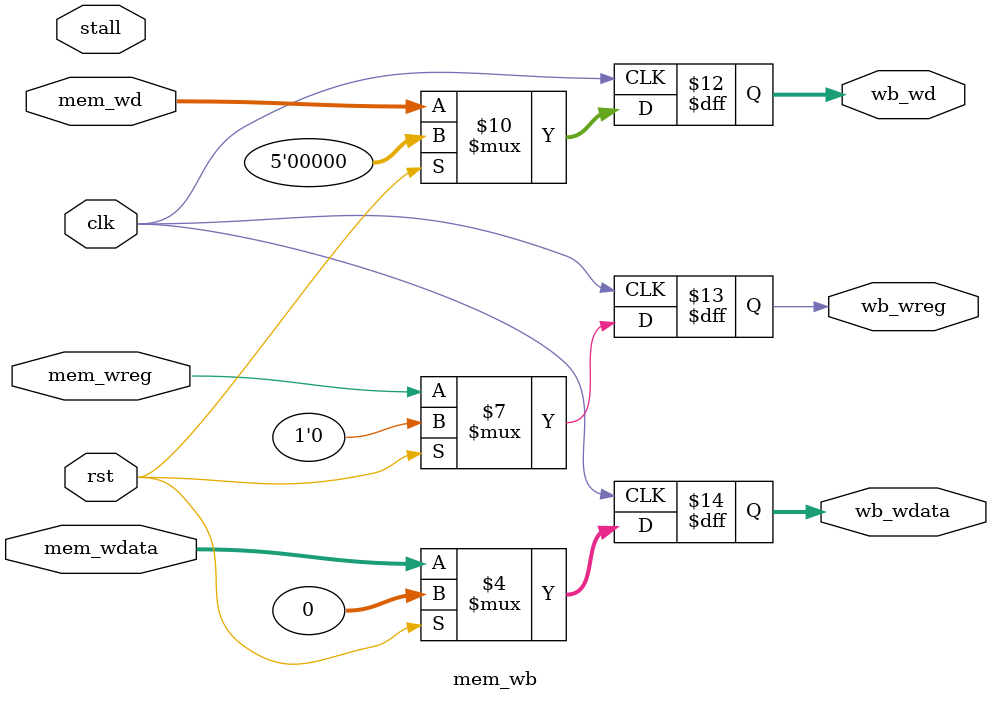
<source format=v>
`timescale 1ns / 1ps



module mem_wb(

	input	wire										clk,
	input wire										rst,
	

	//À´×Ô·Ã´æ½×¶ÎµÄÐÅÏ¢	
	input wire[4:0]       mem_wd,
	input wire                    mem_wreg,
	input wire[31:0]					 mem_wdata,
	input wire[5:0]      stall,

	//ËÍµ½»ØÐ´½×¶ÎµÄÐÅÏ¢
	output reg[4:0]      wb_wd,
	output reg                   wb_wreg,
	output reg[31:0]					 wb_wdata	       
	
);


	always @ (posedge clk) begin
		if(rst == 1) begin
			wb_wd <= 4'b0;
			wb_wreg <= 1'b0;
		  wb_wdata <= 32'b0;	
		end else begin
			wb_wd <= mem_wd;
			wb_wreg <= mem_wreg;
			wb_wdata <= mem_wdata;
		end    //if
	end      //always
			

endmodule
</source>
